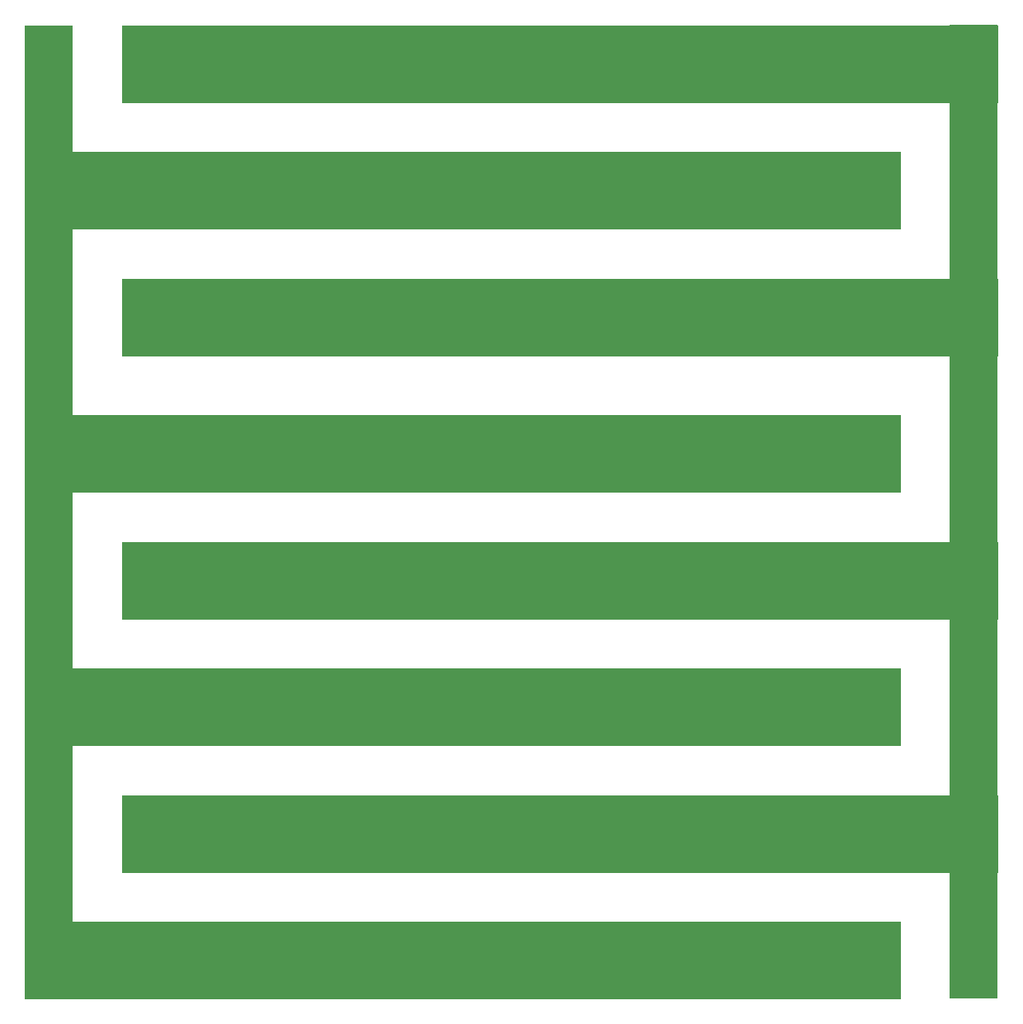
<source format=gbr>
%TF.GenerationSoftware,KiCad,Pcbnew,(6.0.7)*%
%TF.CreationDate,2023-06-25T15:17:45-07:00*%
%TF.ProjectId,watersensortraces,77617465-7273-4656-9e73-6f7274726163,rev?*%
%TF.SameCoordinates,Original*%
%TF.FileFunction,Copper,L1,Top*%
%TF.FilePolarity,Positive*%
%FSLAX46Y46*%
G04 Gerber Fmt 4.6, Leading zero omitted, Abs format (unit mm)*
G04 Created by KiCad (PCBNEW (6.0.7)) date 2023-06-25 15:17:45*
%MOMM*%
%LPD*%
G01*
G04 APERTURE LIST*
%TA.AperFunction,SMDPad,CuDef*%
%ADD10R,90.000000X8.000000*%
%TD*%
%TA.AperFunction,SMDPad,CuDef*%
%ADD11R,5.000000X100.000000*%
%TD*%
G04 APERTURE END LIST*
D10*
%TO.P,,1,1*%
%TO.N,Probe B*%
X134000000Y-81000000D03*
%TD*%
D11*
%TO.P,TP7,1,1*%
%TO.N,Probe B*%
X176410000Y-100890000D03*
%TD*%
D10*
%TO.P,,1,1*%
%TO.N,Probe B*%
X134000000Y-55000000D03*
%TD*%
%TO.P,TP11,1,1*%
%TO.N,Probe B*%
X134000000Y-81000000D03*
%TD*%
%TO.P,TP11,1,1*%
%TO.N,Probe B*%
X134000000Y-134000000D03*
%TD*%
%TO.P,TP11,1,1*%
%TO.N,Probe B*%
X134000000Y-55000000D03*
%TD*%
%TO.P,,1,1*%
%TO.N,Probe B*%
X134000000Y-134000000D03*
%TD*%
%TO.P,TP2,1,1*%
%TO.N,Probe A*%
X124000000Y-95000000D03*
%TD*%
%TO.P,,1,1*%
%TO.N,Probe A*%
X124000000Y-95000000D03*
%TD*%
%TO.P,TP11,1,1*%
%TO.N,Probe B*%
X134000000Y-108000000D03*
%TD*%
%TO.P,,1,1*%
%TO.N,Probe A*%
X124000000Y-68000000D03*
%TD*%
%TO.P,TP2,1,1*%
%TO.N,Probe A*%
X124000000Y-68000000D03*
%TD*%
%TO.P,,1,1*%
%TO.N,Probe B*%
X134000000Y-108000000D03*
%TD*%
%TO.P,,1,1*%
%TO.N,Probe B*%
X134000000Y-55000000D03*
%TD*%
%TO.P,,1,1*%
%TO.N,Probe B*%
X134000000Y-55000000D03*
%TD*%
D11*
%TO.P,TP3,1,1*%
%TO.N,Probe A*%
X81500000Y-101000000D03*
%TD*%
D10*
%TO.P,TP2,1,1*%
%TO.N,Probe A*%
X124000000Y-147000000D03*
%TD*%
%TO.P,TP2,1,1*%
%TO.N,Probe A*%
X124000000Y-121000000D03*
%TD*%
%TO.P,,1,1*%
%TO.N,Probe A*%
X124000000Y-121000000D03*
%TD*%
M02*

</source>
